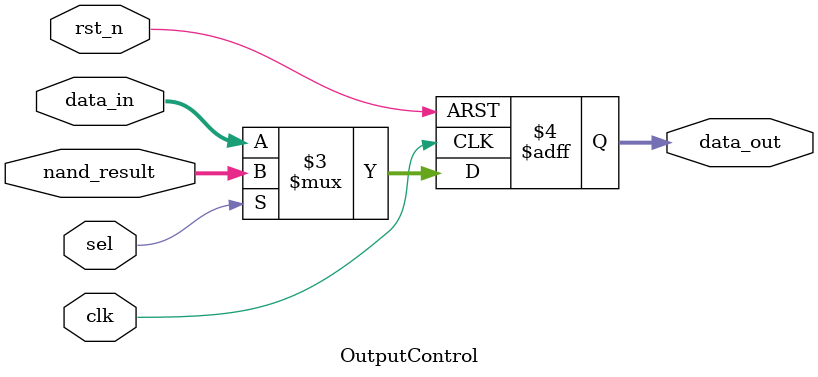
<source format=sv>
module Cond_NAND #(
    parameter DATA_WIDTH = 4
)(
    input                     clk,      // 时钟信号
    input                     rst_n,    // 复位信号
    input                     sel,
    input  [DATA_WIDTH-1:0]   mask,
    input  [DATA_WIDTH-1:0]   data_in,
    output [DATA_WIDTH-1:0]   data_out
);
    // 内部信号声明
    wire [DATA_WIDTH-1:0] masked_data;
    wire [DATA_WIDTH-1:0] nand_result;
    
    // 数据处理单元
    DataProcessor #(
        .WIDTH(DATA_WIDTH)
    ) data_proc_unit (
        .clk        (clk),
        .rst_n      (rst_n),
        .data_in    (data_in),
        .mask       (mask),
        .masked_data(masked_data),
        .nand_result(nand_result)
    );
    
    // 输出选择单元
    OutputControl #(
        .WIDTH(DATA_WIDTH)
    ) output_ctrl_unit (
        .clk        (clk),
        .rst_n      (rst_n),
        .sel        (sel),
        .data_in    (data_in),
        .nand_result(nand_result),
        .data_out   (data_out)
    );
    
endmodule

// 数据处理单元：包含掩码和NAND操作
module DataProcessor #(
    parameter WIDTH = 4
)(
    input                   clk,
    input                   rst_n,
    input  [WIDTH-1:0]      data_in,
    input  [WIDTH-1:0]      mask,
    output reg [WIDTH-1:0]  masked_data,
    output reg [WIDTH-1:0]  nand_result
);
    // 掩码操作
    always @(posedge clk or negedge rst_n) begin
        if (!rst_n) begin
            masked_data <= {WIDTH{1'b0}};
        end else begin
            masked_data <= data_in & mask;
        end
    end
    
    // NAND操作
    always @(posedge clk or negedge rst_n) begin
        if (!rst_n) begin
            nand_result <= {WIDTH{1'b1}};
        end else begin
            nand_result <= ~masked_data;
        end
    end
endmodule

// 输出控制单元：根据选择信号选择输出
module OutputControl #(
    parameter WIDTH = 4
)(
    input                   clk,
    input                   rst_n,
    input                   sel,
    input  [WIDTH-1:0]      data_in,
    input  [WIDTH-1:0]      nand_result,
    output reg [WIDTH-1:0]  data_out
);
    // 输出选择器
    always @(posedge clk or negedge rst_n) begin
        if (!rst_n) begin
            data_out <= {WIDTH{1'b0}};
        end else begin
            data_out <= sel ? nand_result : data_in;
        end
    end
endmodule
</source>
